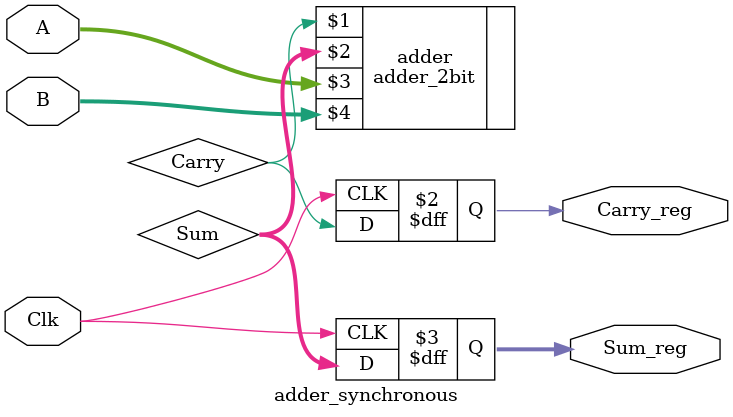
<source format=v>
`timescale 1ns / 1ps


module adder_synchronous(Carry_reg, Sum_reg, Clk, A, B);
    output reg Carry_reg;                   //Output register
    output reg [1:0] Sum_reg;               //Output 2-bit register
    
    input wire Clk;                         //Input wire    
    input wire [1:0] A, B;                  //Input 2-bit register
    
    reg [1:0] A_reg, B_reg;                 ///////////////////////////////////////////////////////
    wire Carry;                             //Internal nets
    wire [1:0] Sum;                         ///////////////////////////////////////////////////////
    
    adder_2bit adder(Carry, Sum, A, B);     //Calculating the addition
    
    always @ (posedge Clk)                  //Storing the addition compnents, the sum, and the carry in registers
        begin
            A_reg <= A;
            B_reg <= B;
            Carry_reg = Carry;
            Sum_reg = Sum;
        end
    
endmodule

</source>
